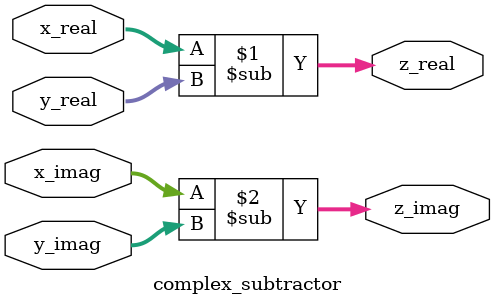
<source format=v>
module complex_subtractor#
	(
	parameter N = 16
	)
	(
	input signed  [N-1:0] x_real,
	input signed  [N-1:0] x_imag,
	input signed  [N-1:0] y_real,
	input signed  [N-1:0] y_imag,
	output reg signed [N-1:0] z_real,
	output reg signed [N-1:0] z_imag
	);


assign z_real = x_real - y_real;
assign z_imag = x_imag - y_imag;

endmodule

</source>
